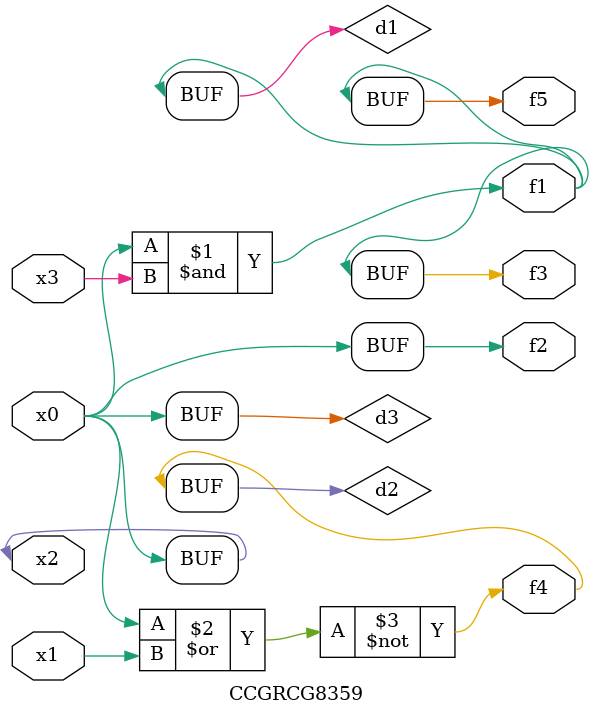
<source format=v>
module CCGRCG8359(
	input x0, x1, x2, x3,
	output f1, f2, f3, f4, f5
);

	wire d1, d2, d3;

	and (d1, x2, x3);
	nor (d2, x0, x1);
	buf (d3, x0, x2);
	assign f1 = d1;
	assign f2 = d3;
	assign f3 = d1;
	assign f4 = d2;
	assign f5 = d1;
endmodule

</source>
